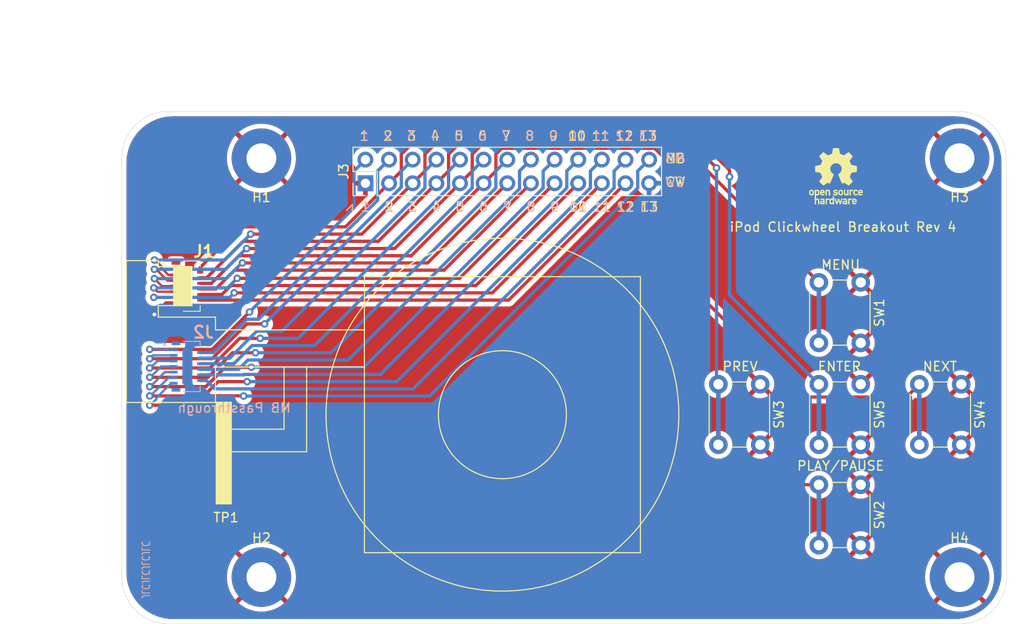
<source format=kicad_pcb>
(kicad_pcb (version 20221018) (generator pcbnew)
  (layers (0 "F.Cu" signal) (31 "B.Cu" signal) (34 "B.Paste" user) (35 "F.Paste" user) (36 "B.SilkS" user "B.Silkscreen") (37 "F.SilkS" user "F.Silkscreen") (38 "B.Mask" user) (39 "F.Mask" user) (44 "Edge.Cuts" user))
  (net 0 "")
  (net 1 "GND")
  (net 2 "VCC")
  (net 3 "PB_MID_CW")
  (net 4 "PB_LEFT_CW")
  (net 5 "PB_UP_CW")
  (net 6 "PB_RIGHT_CW")
  (net 7 "P3_1_CW")
  (net 8 "P1_7_CW")
  (net 9 "P1_5_CW")
  (net 10 "P1_3_CW")
  (net 11 "P1_1_CW")
  (net 12 "P1_0_CW")
  (net 13 "Net-(J1-PadMP1)")
  (net 14 "Net-(J1-PadMP2)")
  (net 15 "VCC_MB")
  (net 16 "P1_0_MB")
  (net 17 "P1_1_MB")
  (net 18 "P1_3_MB")
  (net 19 "P1_5_MB")
  (net 20 "P1_7_MB")
  (net 21 "P3_1_MB")
  (net 22 "PB_DOWN_MB")
  (net 23 "PB_RIGHT_MB")
  (net 24 "PB_UP_MB")
  (net 25 "PB_LEFT_MB")
  (net 26 "PB_MID_MB")
  (net 27 "GND_MB")
  (net 28 "Net-(J2-PadMP1)")
  (net 29 "Net-(J2-PadMP2)")
  (net 30 "PB_DOWN_CW")
  (footprint "Button_Switch_THT:SW_PUSH_6mm" (layer "F.Cu") (at 159.385 78.336 -90)
    (fp_text reference "SW1" (at 3.25 -2 90) (layer "F.SilkS"))
    (fp_text value "MENU")
    (pad "1" thru_hole circle (at 0 0) (size 2 2) (drill 1.1) (layers "*.Cu" "*.Mask") (net 1 "GND"))
    (pad "1" thru_hole circle (at 6.5 0) (size 2 2) (drill 1.1) (layers "*.Cu" "*.Mask") (net 1 "GND"))
    (pad "2" thru_hole circle (at 0 4.5) (size 2 2) (drill 1.1) (layers "*.Cu" "*.Mask") (net 5 "PB_UP_CW"))
    (pad "2" thru_hole circle (at 6.5 4.5) (size 2 2) (drill 1.1) (layers "*.Cu" "*.Mask") (net 5 "PB_UP_CW"))
  )
  (footprint "Button_Switch_THT:SW_PUSH_6mm_H4.3mm" (layer "F.Cu") (at 159.385 89.281 -90)
    (fp_text reference "SW5" (at 3.25 -2 90) (layer "F.SilkS"))
    (fp_text value "ENTER")
    (pad "1" thru_hole circle (at 0 0) (size 2 2) (drill 1.1) (layers "*.Cu" "*.Mask") (net 1 "GND"))
    (pad "1" thru_hole circle (at 6.5 0) (size 2 2) (drill 1.1) (layers "*.Cu" "*.Mask") (net 1 "GND"))
    (pad "2" thru_hole circle (at 0 4.5) (size 2 2) (drill 1.1) (layers "*.Cu" "*.Mask") (net 3 "PB_MID_CW"))
    (pad "2" thru_hole circle (at 6.5 4.5) (size 2 2) (drill 1.1) (layers "*.Cu" "*.Mask") (net 3 "PB_MID_CW"))
  )
  (footprint "Button_Switch_THT:SW_PUSH_6mm_H4.3mm" (layer "F.Cu") (at 159.385 100.076 -90)
    (fp_text reference "SW2" (at 3.25 -2 90) (layer "F.SilkS"))
    (fp_text value "▶ ||")
    (pad "1" thru_hole circle (at 0 0) (size 2 2) (drill 1.1) (layers "*.Cu" "*.Mask") (net 1 "GND"))
    (pad "1" thru_hole circle (at 6.5 0) (size 2 2) (drill 1.1) (layers "*.Cu" "*.Mask") (net 1 "GND"))
    (pad "2" thru_hole circle (at 0 4.5) (size 2 2) (drill 1.1) (layers "*.Cu" "*.Mask") (net 30 "PB_DOWN_CW"))
    (pad "2" thru_hole circle (at 6.5 4.5) (size 2 2) (drill 1.1) (layers "*.Cu" "*.Mask") (net 30 "PB_DOWN_CW"))
  )
  (footprint "Button_Switch_THT:SW_PUSH_6mm_H4.3mm" (layer "F.Cu") (at 170.18 89.281 -90)
    (fp_text reference "SW4" (at 3.25 -2 90) (layer "F.SilkS"))
    (fp_text value "▶▶|")
    (pad "1" thru_hole circle (at 0 0) (size 2 2) (drill 1.1) (layers "*.Cu" "*.Mask") (net 1 "GND"))
    (pad "1" thru_hole circle (at 6.5 0) (size 2 2) (drill 1.1) (layers "*.Cu" "*.Mask") (net 1 "GND"))
    (pad "2" thru_hole circle (at 0 4.5) (size 2 2) (drill 1.1) (layers "*.Cu" "*.Mask") (net 6 "PB_RIGHT_CW"))
    (pad "2" thru_hole circle (at 6.5 4.5) (size 2 2) (drill 1.1) (layers "*.Cu" "*.Mask") (net 6 "PB_RIGHT_CW"))
  )
  (footprint "Button_Switch_THT:SW_PUSH_6mm_H4.3mm" (layer "F.Cu") (at 148.59 89.281 -90)
    (fp_text reference "SW3" (at 3.25 -2 90) (layer "F.SilkS"))
    (fp_text value "|◀◀")
    (pad "1" thru_hole circle (at 0 0) (size 2 2) (drill 1.1) (layers "*.Cu" "*.Mask") (net 1 "GND"))
    (pad "1" thru_hole circle (at 6.5 0) (size 2 2) (drill 1.1) (layers "*.Cu" "*.Mask") (net 1 "GND"))
    (pad "2" thru_hole circle (at 0 4.5) (size 2 2) (drill 1.1) (layers "*.Cu" "*.Mask") (net 4 "PB_LEFT_CW"))
    (pad "2" thru_hole circle (at 6.5 4.5) (size 2 2) (drill 1.1) (layers "*.Cu" "*.Mask") (net 4 "PB_LEFT_CW"))
  )
  (footprint "custom:123287243" (layer "F.Cu") (at 86.995 78.74 -90)
    (fp_text reference "J1" (at -3.74 -1.805 180) (layer "F.SilkS") (effects (font (size 1.27 1.27) (thickness 0.254))))
    (fp_text value "1-2328724-3" hide)
    (pad "1" smd rect (at -1.8 1.425 270) (size 0.3 0.85) (layers "F.Cu" "F.Paste" "F.Mask") (net 1 "GND"))
    (pad "2" smd rect (at -1.5 -1.425 270) (size 0.3 0.65) (layers "F.Cu" "F.Paste" "F.Mask") (net 3 "PB_MID_CW"))
    (pad "3" smd rect (at -1.2 1.425 270) (size 0.3 0.85) (layers "F.Cu" "F.Paste" "F.Mask") (net 4 "PB_LEFT_CW"))
    (pad "4" smd rect (at -0.9 -1.425 270) (size 0.3 0.65) (layers "F.Cu" "F.Paste" "F.Mask") (net 5 "PB_UP_CW"))
    (pad "5" smd rect (at -0.6 1.425 270) (size 0.3 0.85) (layers "F.Cu" "F.Paste" "F.Mask") (net 6 "PB_RIGHT_CW"))
    (pad "6" smd rect (at -0.3 -1.425 270) (size 0.3 0.65) (layers "F.Cu" "F.Paste" "F.Mask") (net 30 "PB_DOWN_CW"))
    (pad "7" smd rect (at 0 1.425 270) (size 0.3 0.85) (layers "F.Cu" "F.Paste" "F.Mask") (net 7 "P3_1_CW"))
    (pad "8" smd rect (at 0.3 -1.425 270) (size 0.3 0.65) (layers "F.Cu" "F.Paste" "F.Mask") (net 8 "P1_7_CW"))
    (pad "9" smd rect (at 0.6 1.425 270) (size 0.3 0.85) (layers "F.Cu" "F.Paste" "F.Mask") (net 9 "P1_5_CW"))
    (pad "10" smd rect (at 0.9 -1.425 270) (size 0.3 0.65) (layers "F.Cu" "F.Paste" "F.Mask") (net 10 "P1_3_CW"))
    (pad "11" smd rect (at 1.2 1.425 270) (size 0.3 0.85) (layers "F.Cu" "F.Paste" "F.Mask") (net 11 "P1_1_CW"))
    (pad "12" smd rect (at 1.5 -1.425 270) (size 0.3 0.65) (layers "F.Cu" "F.Paste" "F.Mask") (net 12 "P1_0_CW"))
    (pad "13" smd rect (at 1.8 1.425 270) (size 0.3 0.85) (layers "F.Cu" "F.Paste" "F.Mask") (net 2 "VCC"))
    (pad "MP1" smd rect (at -2.5 1.175 270) (size 0.4 0.95) (layers "F.Cu" "F.Paste" "F.Mask") (net 13 "Net-(J1-PadMP1)"))
    (pad "MP2" smd rect (at 2.5 1.175 270) (size 0.4 0.95) (layers "F.Cu" "F.Paste" "F.Mask") (net 14 "Net-(J1-PadMP2)"))
  )
  (footprint "MountingHole:MountingHole_3.2mm_M3_Pad" (layer "F.Cu") (at 95 110)
    (fp_text reference "H2" (at 0 -4.2) (layer "F.SilkS"))
    (fp_text value "MountingHole_Pad")
    (pad "1" thru_hole circle (at 0 0) (size 6.4 6.4) (drill 3.2) (layers "*.Cu" "*.Mask") (net 1 "GND"))
  )
  (footprint "MountingHole:MountingHole_3.2mm_M3_Pad" (layer "F.Cu") (at 170 65 180)
    (fp_text reference "H3" (at 0 -4.2) (layer "F.SilkS"))
    (fp_text value "MountingHole_Pad")
    (pad "1" thru_hole circle (at 0 0 180) (size 6.4 6.4) (drill 3.2) (layers "*.Cu" "*.Mask") (net 1 "GND"))
  )
  (footprint "MountingHole:MountingHole_3.2mm_M3_Pad" (layer "F.Cu") (at 170 110)
    (fp_text reference "H4" (at 0 -4.2) (layer "F.SilkS"))
    (fp_text value "MountingHole_Pad")
    (pad "1" thru_hole circle (at 0 0) (size 6.4 6.4) (drill 3.2) (layers "*.Cu" "*.Mask") (net 1 "GND"))
  )
  (footprint "MountingHole:MountingHole_3.2mm_M3_Pad" (layer "F.Cu") (at 95 65 180)
    (fp_text reference "H1" (at 0 -4.2) (layer "F.SilkS"))
    (fp_text value "MountingHole_Pad")
    (pad "1" thru_hole circle (at 0 0 180) (size 6.4 6.4) (drill 3.2) (layers "*.Cu" "*.Mask") (net 1 "GND"))
  )
  (footprint "Connector_PinHeader_2.54mm:PinHeader_2x13_P2.54mm_Vertical" (layer "F.Cu") (at 106.172 67.691 90)
    (fp_text reference "J3" (at 1.27 -2.33 90) (layer "F.SilkS"))
    (fp_text value "Conn_02x13_Odd_Even")
    (pad "1" thru_hole rect (at 0 0 90) (size 1.7 1.7) (drill 1) (layers "*.Cu" "*.Mask") (net 1 "GND"))
    (pad "2" thru_hole oval (at 2.54 0 90) (size 1.7 1.7) (drill 1) (layers "*.Cu" "*.Mask") (net 27 "GND_MB"))
    (pad "3" thru_hole oval (at 0 2.54 90) (size 1.7 1.7) (drill 1) (layers "*.Cu" "*.Mask") (net 3 "PB_MID_CW"))
    (pad "4" thru_hole oval (at 2.54 2.54 90) (size 1.7 1.7) (drill 1) (layers "*.Cu" "*.Mask") (net 26 "PB_MID_MB"))
    (pad "5" thru_hole oval (at 0 5.08 90) (size 1.7 1.7) (drill 1) (layers "*.Cu" "*.Mask") (net 4 "PB_LEFT_CW"))
    (pad "6" thru_hole oval (at 2.54 5.08 90) (size 1.7 1.7) (drill 1) (layers "*.Cu" "*.Mask") (net 25 "PB_LEFT_MB"))
    (pad "7" thru_hole oval (at 0 7.62 90) (size 1.7 1.7) (drill 1) (layers "*.Cu" "*.Mask") (net 5 "PB_UP_CW"))
    (pad "8" thru_hole oval (at 2.54 7.62 90) (size 1.7 1.7) (drill 1) (layers "*.Cu" "*.Mask") (net 24 "PB_UP_MB"))
    (pad "9" thru_hole oval (at 0 10.16 90) (size 1.7 1.7) (drill 1) (layers "*.Cu" "*.Mask") (net 6 "PB_RIGHT_CW"))
    (pad "10" thru_hole oval (at 2.54 10.16 90) (size 1.7 1.7) (drill 1) (layers "*.Cu" "*.Mask") (net 23 "PB_RIGHT_MB"))
    (pad "11" thru_hole oval (at 0 12.7 90) (size 1.7 1.7) (drill 1) (layers "*.Cu" "*.Mask") (net 30 "PB_DOWN_CW"))
    (pad "12" thru_hole oval (at 2.54 12.7 90) (size 1.7 1.7) (drill 1) (layers "*.Cu" "*.Mask") (net 22 "PB_DOWN_MB"))
    (pad "13" thru_hole oval (at 0 15.24 90) (size 1.7 1.7) (drill 1) (layers "*.Cu" "*.Mask") (net 7 "P3_1_CW"))
    (pad "14" thru_hole oval (at 2.54 15.24 90) (size 1.7 1.7) (drill 1) (layers "*.Cu" "*.Mask") (net 21 "P3_1_MB"))
    (pad "15" thru_hole oval (at 0 17.78 90) (size 1.7 1.7) (drill 1) (layers "*.Cu" "*.Mask") (net 8 "P1_7_CW"))
    (pad "16" thru_hole oval (at 2.54 17.78 90) (size 1.7 1.7) (drill 1) (layers "*.Cu" "*.Mask") (net 20 "P1_7_MB"))
    (pad "17" thru_hole oval (at 0 20.32 90) (size 1.7 1.7) (drill 1) (layers "*.Cu" "*.Mask") (net 9 "P1_5_CW"))
    (pad "18" thru_hole oval (at 2.54 20.32 90) (size 1.7 1.7) (drill 1) (layers "*.Cu" "*.Mask") (net 19 "P1_5_MB"))
    (pad "19" thru_hole oval (at 0 22.86 90) (size 1.7 1.7) (drill 1) (layers "*.Cu" "*.Mask") (net 10 "P1_3_CW"))
    (pad "20" thru_hole oval (at 2.54 22.86 90) (size 1.7 1.7) (drill 1) (layers "*.Cu" "*.Mask") (net 18 "P1_3_MB"))
    (pad "21" thru_hole oval (at 0 25.4 90) (size 1.7 1.7) (drill 1) (layers "*.Cu" "*.Mask") (net 11 "P1_1_CW"))
    (pad "22" thru_hole oval (at 2.54 25.4 90) (size 1.7 1.7) (drill 1) (layers "*.Cu" "*.Mask") (net 17 "P1_1_MB"))
    (pad "23" thru_hole oval (at 0 27.94 90) (size 1.7 1.7) (drill 1) (layers "*.Cu" "*.Mask") (net 12 "P1_0_CW"))
    (pad "24" thru_hole oval (at 2.54 27.94 90) (size 1.7 1.7) (drill 1) (layers "*.Cu" "*.Mask") (net 16 "P1_0_MB"))
    (pad "25" thru_hole oval (at 0 30.48 90) (size 1.7 1.7) (drill 1) (layers "*.Cu" "*.Mask") (net 2 "VCC"))
    (pad "26" thru_hole oval (at 2.54 30.48 90) (size 1.7 1.7) (drill 1) (layers "*.Cu" "*.Mask") (net 15 "VCC_MB"))
  )
  (footprint "custom:clickwheel" (layer "F.Cu") (at 120.89 92.55)
    (fp_text reference "TP1" (at -29.69 11.05) (layer "F.SilkS"))
    (fp_text value "ClickWheel Ground Pad")
    (pad "1" smd rect (at -29.972 4.064) (size 2.032 11.43) (layers "F.Cu" "F.Paste" "F.Mask") (net 1 "GND"))
  )
  (footprint "Symbol:OSHW-Logo_5.7x6mm_SilkScreen" (layer "F.Cu") (at 156.718 66.929)
    (fp_text reference "REF**" hide)
    (fp_text value "OSHW-Logo_5.7x6mm_SilkScreen" hide)
  )
  (footprint "custom:123287243" (layer "B.Cu") (at 86.995 87.376 90)
    (fp_text reference "J2" (at 3.683 1.778 180) (layer "B.SilkS") (effects (font (size 1.27 1.27) (thickness 0.254)) (justify mirror)))
    (fp_text value "1-2328724-3" hide)
    (pad "1" smd rect (at -1.8 -1.425 90) (size 0.3 0.85) (layers "B.Cu" "B.Paste" "B.Mask") (net 15 "VCC_MB"))
    (pad "2" smd rect (at -1.5 1.425 90) (size 0.3 0.65) (layers "B.Cu" "B.Paste" "B.Mask") (net 16 "P1_0_MB"))
    (pad "3" smd rect (at -1.2 -1.425 90) (size 0.3 0.85) (layers "B.Cu" "B.Paste" "B.Mask") (net 17 "P1_1_MB"))
    (pad "4" smd rect (at -0.9 1.425 90) (size 0.3 0.65) (layers "B.Cu" "B.Paste" "B.Mask") (net 18 "P1_3_MB"))
    (pad "5" smd rect (at -0.6 -1.425 90) (size 0.3 0.85) (layers "B.Cu" "B.Paste" "B.Mask") (net 19 "P1_5_MB"))
    (pad "6" smd rect (at -0.3 1.425 90) (size 0.3 0.65) (layers "B.Cu" "B.Paste" "B.Mask") (net 20 "P1_7_MB"))
    (pad "7" smd rect (at 0 -1.425 90) (size 0.3 0.85) (layers "B.Cu" "B.Paste" "B.Mask") (net 21 "P3_1_MB"))
    (pad "8" smd rect (at 0.3 1.425 90) (size 0.3 0.65) (layers "B.Cu" "B.Paste" "B.Mask") (net 22 "PB_DOWN_MB"))
    (pad "9" smd rect (at 0.6 -1.425 90) (size 0.3 0.85) (layers "B.Cu" "B.Paste" "B.Mask") (net 23 "PB_RIGHT_MB"))
    (pad "10" smd rect (at 0.9 1.425 90) (size 0.3 0.65) (layers "B.Cu" "B.Paste" "B.Mask") (net 24 "PB_UP_MB"))
    (pad "11" smd rect (at 1.2 -1.425 90) (size 0.3 0.85) (layers "B.Cu" "B.Paste" "B.Mask") (net 25 "PB_LEFT_MB"))
    (pad "12" smd rect (at 1.5 1.425 90) (size 0.3 0.65) (layers "B.Cu" "B.Paste" "B.Mask") (net 26 "PB_MID_MB"))
    (pad "13" smd rect (at 1.8 -1.425 90) (size 0.3 0.85) (layers "B.Cu" "B.Paste" "B.Mask") (net 27 "GND_MB"))
    (pad "MP1" smd rect (at -2.5 -1.175 90) (size 0.4 0.95) (layers "B.Cu" "B.Paste" "B.Mask") (net 28 "Net-(J2-PadMP1)"))
    (pad "MP2" smd rect (at 2.5 -1.175 90) (size 0.4 0.95) (layers "B.Cu" "B.Paste" "B.Mask") (net 29 "Net-(J2-PadMP2)"))
  )
  (gr_line (start 104.775 70.612) (end 104.775 69.977) (stroke (width 0.12)) (layer "B.SilkS"))
  (gr_line (start 84.709 85.09) (end 84.455 85.09) (stroke (width 0.12)) (layer "B.SilkS"))
  (gr_line (start 84.455 84.836) (end 84.709 85.09) (stroke (width 0.12)) (layer "B.SilkS"))
  (gr_line (start 104.775 69.977) (end 104.14 70.612) (stroke (width 0.12)) (layer "B.SilkS"))
  (gr_line (start 104.775 69.977) (end 104.775 70.612) (stroke (width 0.12)) (layer "F.SilkS"))
  (gr_line (start 84.328 76.073) (end 84.582 76.327) (stroke (width 0.12)) (layer "F.SilkS"))
  (gr_line (start 84.582 76.327) (end 84.328 76.327) (stroke (width 0.12)) (layer "F.SilkS"))
  (gr_line (start 104.14 70.612) (end 104.775 69.977) (stroke (width 0.12)) (layer "F.SilkS"))
  (gr_line (start 170.001 115.036) (end 85.035 115.036) (stroke (width 0.05)) (layer "Edge.Cuts"))
  (gr_arc (start 80.000248 65.000833) (mid 81.26908 61.657978) (end 84.437 60) (stroke (width 0.05)) (layer "Edge.Cuts"))
  (gr_line (start 80 110) (end 80 65) (stroke (width 0.05)) (layer "Edge.Cuts"))
  (gr_arc (start 170.199935 60.000107) (mid 173.666658 61.594927) (end 175.001 65.17) (stroke (width 0.05)) (layer "Edge.Cuts"))
  (gr_arc (start 85.035209 115.036) (mid 81.474731 113.56071) (end 80 110) (stroke (width 0.05)) (layer "Edge.Cuts"))
  (gr_line (start 84.437 60) (end 170.2 60) (stroke (width 0.05)) (layer "Edge.Cuts"))
  (gr_arc (start 175.001419 109.410842) (mid 173.763861 113.345841) (end 170.001 115.036) (stroke (width 0.05)) (layer "Edge.Cuts"))
  (gr_line (start 175.001 65.17) (end 175.001 109.411) (stroke (width 0.05)) (layer "Edge.Cuts"))
  (gr_text "11" (at 131.445 62.611) (layer "B.SilkS") (effects (font (size 1 1)) (justify mirror)))
  (gr_text "8" (at 123.825 62.611) (layer "B.SilkS") (effects (font (size 1 1)) (justify mirror)))
  (gr_text "2" (at 108.585 62.611) (layer "B.SilkS") (effects (font (size 1 1)) (justify mirror)))
  (gr_text "10" (at 128.905 62.611) (layer "B.SilkS") (effects (font (size 1 1)) (justify mirror)))
  (gr_text "12" (at 133.985 62.611) (layer "B.SilkS") (effects (font (size 1 1)) (justify mirror)))
  (gr_text "9" (at 126.365 62.611) (layer "B.SilkS") (effects (font (size 1 1)) (justify mirror)))
  (gr_text "3" (at 111.125 62.611) (layer "B.SilkS") (effects (font (size 1 1)) (justify mirror)))
  (gr_text "13" (at 136.525 62.611) (layer "B.SilkS") (effects (font (size 1 1)) (justify mirror)))
  (gr_text "1" (at 106.045 62.611) (layer "B.SilkS") (effects (font (size 1 1)) (justify mirror)))
  (gr_text "4" (at 113.665 62.611) (layer "B.SilkS") (effects (font (size 1 1)) (justify mirror)))
  (gr_text "6" (at 118.745 62.611) (layer "B.SilkS") (effects (font (size 1 1)) (justify mirror)))
  (gr_text "5" (at 116.205 62.611) (layer "B.SilkS") (effects (font (size 1 1)) (justify mirror)))
  (gr_text "7" (at 121.285 62.611) (layer "B.SilkS") (effects (font (size 1 1)) (justify mirror)))
  (gr_text "7" (at 121.412 70.231) (layer "B.SilkS") (effects (font (size 1 1)) (justify mirror)))
  (gr_text "5" (at 116.332 70.231) (layer "B.SilkS") (effects (font (size 1 1)) (justify mirror)))
  (gr_text "6" (at 118.872 70.231) (layer "B.SilkS") (effects (font (size 1 1)) (justify mirror)))
  (gr_text "4" (at 113.792 70.231) (layer "B.SilkS") (effects (font (size 1 1)) (justify mirror)))
  (gr_text "1" (at 106.172 70.231) (layer "B.SilkS") (effects (font (size 1 1)) (justify mirror)))
  (gr_text "13" (at 136.652 70.231) (layer "B.SilkS") (effects (font (size 1 1)) (justify mirror)))
  (gr_text "3" (at 111.252 70.231) (layer "B.SilkS") (effects (font (size 1 1)) (justify mirror)))
  (gr_text "9" (at 126.492 70.231) (layer "B.SilkS") (effects (font (size 1 1)) (justify mirror)))
  (gr_text "12" (at 134.112 70.231) (layer "B.SilkS") (effects (font (size 1 1)) (justify mirror)))
  (gr_text "10" (at 129.032 70.231) (layer "B.SilkS") (effects (font (size 1 1)) (justify mirror)))
  (gr_text "2" (at 108.712 70.231) (layer "B.SilkS") (effects (font (size 1 1)) (justify mirror)))
  (gr_text "8" (at 123.952 70.231) (layer "B.SilkS") (effects (font (size 1 1)) (justify mirror)))
  (gr_text "11" (at 131.572 70.231) (layer "B.SilkS") (effects (font (size 1 1)) (justify mirror)))
  (gr_text "MB" (at 140.595857 65.024) (layer "B.SilkS") (effects (font (size 1 1)) (justify left mirror)))
  (gr_text "CW" (at 140.595857 67.564) (layer "B.SilkS") (effects (font (size 1 1)) (justify left mirror)))
  (gr_text "MB Passthrough" (at 92.075 91.821) (layer "B.SilkS") (effects (font (size 1 1)) (justify mirror)))
  (gr_text "JLCJLCJLCJLC" (at 82.55 109.22 270) (layer "B.SilkS") (effects (font (size 0.8 0.6) (thickness 0.1)) (justify mirror)))
  (gr_text "2" (at 108.585 62.611) (layer "F.SilkS") (effects (font (size 1 1))))
  (gr_text "3" (at 111.125 62.611) (layer "F.SilkS") (effects (font (size 1 1))))
  (gr_text "4" (at 113.665 62.611) (layer "F.SilkS") (effects (font (size 1 1))))
  (gr_text "5" (at 116.205 62.611) (layer "F.SilkS") (effects (font (size 1 1))))
  (gr_text "6" (at 118.745 62.611) (layer "F.SilkS") (effects (font (size 1 1))))
  (gr_text "7" (at 121.285 62.611) (layer "F.SilkS") (effects (font (size 1 1))))
  (gr_text "8" (at 123.825 62.611) (layer "F.SilkS") (effects (font (size 1 1))))
  (gr_text "9" (at 126.365 62.611) (layer "F.SilkS") (effects (font (size 1 1))))
  (gr_text "10" (at 128.905 62.611) (layer "F.SilkS") (effects (font (size 1 1))))
  (gr_text "11" (at 131.445 62.611) (layer "F.SilkS") (effects (font (size 1 1))))
  (gr_text "12" (at 133.985 62.611) (layer "F.SilkS") (effects (font (size 1 1))))
  (gr_text "13" (at 136.525 62.611) (layer "F.SilkS") (effects (font (size 1 1))))
  (gr_text "5" (at 116.332 70.231) (layer "F.SilkS") (effects (font (size 1 1))))
  (gr_text "11" (at 131.572 70.231) (layer "F.SilkS") (effects (font (size 1 1))))
  (gr_text "9" (at 126.492 70.231) (layer "F.SilkS") (effects (font (size 1 1))))
  (gr_text "6" (at 118.872 70.231) (layer "F.SilkS") (effects (font (size 1 1))))
  (gr_text "12" (at 134.112 70.231) (layer "F.SilkS") (effects (font (size 1 1))))
  (gr_text "7" (at 121.412 70.231) (layer "F.SilkS") (effects (font (size 1 1))))
  (gr_text "4" (at 113.792 70.231) (layer "F.SilkS") (effects (font (size 1 1))))
  (gr_text "1" (at 106.172 70.231) (layer "F.SilkS") (effects (font (size 1 1))))
  (gr_text "3" (at 111.252 70.231) (layer "F.SilkS") (effects (font (size 1 1))))
  (gr_text "10" (at 129.032 70.231) (layer "F.SilkS") (effects (font (size 1 1))))
  (gr_text "8" (at 123.952 70.231) (layer "F.SilkS") (effects (font (size 1 1))))
  (gr_text "13" (at 136.652 70.231) (layer "F.SilkS") (effects (font (size 1 1))))
  (gr_text "2" (at 108.712 70.231) (layer "F.SilkS") (effects (font (size 1 1))))
  (gr_text "PLAY/PAUSE" (at 157.226 98.044) (layer "F.SilkS") (effects (font (size 1 1))))
  (gr_text "PREV" (at 146.431 87.376) (layer "F.SilkS") (effects (font (size 1 1))))
  (gr_text "1" (at 106.045 62.611) (layer "F.SilkS") (effects (font (size 1 1))))
  (gr_text "ENTER" (at 157.099 87.376) (layer "F.SilkS") (effects (font (size 1 1))))
  (gr_text "iPod Clickwheel Breakout Rev 4" (at 157.48 72.39) (layer "F.SilkS") (effects (font (size 1 1))))
  (gr_text "NEXT" (at 167.894 87.376) (layer "F.SilkS") (effects (font (size 1 1))))
  (gr_text "MB" (at 138.303 65.024) (layer "F.SilkS") (effects (font (size 1 1)) (justify left)))
  (gr_text "MENU" (at 157.226 76.454) (layer "F.SilkS") (effects (font (size 1 1))))
  (gr_text "CW" (at 138.303 67.564) (layer "F.SilkS") (effects (font (size 1 1)) (justify left)))
  (segment (start 85.57 76.94) (end 85.6395 76.94) (width 0.35) (layer "F.Cu") (net 1))
  (segment (start 85.714499 77.014999) (end 86.603499 77.014999) (width 0.35) (layer "F.Cu") (net 1))
  (segment (start 86.603499 77.014999) (end 87.0585 77.47) (width 0.35) (layer "F.Cu") (net 1))
  (segment (start 85.6395 76.94) (end 85.714499 77.014999) (width 0.35) (layer "F.Cu") (net 1))
  (segment (start 84.7505 80.54) (end 83.5025 81.788) (width 0.35) (layer "F.Cu") (net 2))
  (segment (start 85.57 80.54) (end 84.7505 80.54) (width 0.35) (layer "F.Cu") (net 2))
  (via (at 83.5025 81.788) (size 0.8) (drill 0.4) (layers "F.Cu" "B.Cu") (net 2))
  (segment (start 110.026999 66.376001) (end 110.026999 64.562999) (width 0.35) (layer "F.Cu") (net 3))
  (segment (start 145.288 66.289998) (end 145.288 66.9925) (width 0.35) (layer "F.Cu") (net 3))
  (segment (start 110.026999 64.562999) (end 112.864039 61.725959) (width 0.35) (layer "F.Cu") (net 3))
  (segment (start 119.912715 61.725959) (end 133.7945 61.725959) (width 0.35) (layer "F.Cu") (net 3))
  (segment (start 140.723961 61.725959) (end 145.288 66.289998) (width 0.35) (layer "F.Cu") (net 3))
  (segment (start 104.027503 72.375497) (end 108.712 67.691) (width 0.35) (layer "F.Cu") (net 3))
  (segment (start 108.712 67.691) (end 110.026999 66.376001) (width 0.35) (layer "F.Cu") (net 3))
  (segment (start 112.864039 61.725959) (end 119.912715 61.725959) (width 0.35) (layer "F.Cu") (net 3))
  (segment (start 92.784503 72.375497) (end 104.027503 72.375497) (width 0.35) (layer "F.Cu") (net 3))
  (segment (start 88.42 77.24) (end 88.42 76.74) (width 0.35) (layer "F.Cu") (net 3))
  (segment (start 133.7945 61.725959) (end 140.723961 61.725959) (width 0.35) (layer "F.Cu") (net 3))
  (segment (start 88.42 76.74) (end 92.784503 72.375497) (width 0.35) (layer "F.Cu") (net 3))
  (via (at 145.288 66.9925) (size 0.8) (drill 0.4) (layers "F.Cu" "B.Cu") (net 3))
  (segment (start 145.288 79.684) (end 154.885 89.281) (width 0.35) (layer "B.Cu") (net 3))
  (segment (start 145.288 66.9925) (end 145.288 79.684) (width 0.35) (layer "B.Cu") (net 3))
  (segment (start 154.885 89.281) (end 154.885 95.781) (width 0.5) (layer "B.Cu") (net 3))
  (segment (start 111.252 67.691) (end 112.566999 66.376001) (width 0.35) (layer "F.Cu") (net 4))
  (segment (start 84.226651 76.584717) (end 83.574651 75.932717) (width 0.25) (layer "F.Cu") (net 4))
  (segment (start 140.126969 62.275969) (end 143.891 66.04) (width 0.35) (layer "F.Cu") (net 4))
  (segment (start 93.844466 73.150498) (end 105.792502 73.150498) (width 0.35) (layer "F.Cu") (net 4))
  (segment (start 105.792502 73.150498) (end 111.252 67.691) (width 0.35) (layer "F.Cu") (net 4))
  (segment (start 120.140536 62.275969) (end 134.4295 62.275969) (width 0.35) (layer "F.Cu") (net 4))
  (segment (start 83.574651 75.932717) (end 83.502638 75.932717) (width 0.25) (layer "F.Cu") (net 4))
  (segment (start 85.009998 77.54) (end 84.226651 76.756653) (width 0.25) (layer "F.Cu") (net 4))
  (segment (start 112.566999 66.376001) (end 112.566999 64.562999) (width 0.35) (layer "F.Cu") (net 4))
  (segment (start 114.854029 62.275969) (end 120.140536 62.275969) (width 0.35) (layer "F.Cu") (net 4))
  (segment (start 84.226651 76.756653) (end 84.226651 76.584717) (width 0.25) (layer "F.Cu") (net 4))
  (segment (start 134.4295 62.275969) (end 140.126969 62.275969) (width 0.35) (layer "F.Cu") (net 4))
  (segment (start 112.566999 64.562999) (end 114.854029 62.275969) (width 0.35) (layer "F.Cu") (net 4))
  (segment (start 85.57 77.54) (end 85.009998 77.54) (width 0.25) (layer "F.Cu") (net 4))
  (via (at 83.502638 75.932717) (size 0.8) (drill 0.4) (layers "F.Cu" "B.Cu") (net 4))
  (via (at 143.891 66.04) (size 0.8) (drill 0.4) (layers "F.Cu" "B.Cu") (net 4))
  (via (at 93.844466 73.150498) (size 0.8) (drill 0.4) (layers "F.Cu" "B.Cu") (net 4))
  (segment (start 143.891 66.04) (end 143.891 89.082) (width 0.35) (layer "B.Cu") (net 4))
  (segment (start 91.062247 75.932717) (end 93.844466 73.150498) (width 0.35) (layer "B.Cu") (net 4))
  (segment (start 143.891 89.082) (end 144.09 89.281) (width 0.35) (layer "B.Cu") (net 4))
  (segment (start 144.09 89.281) (end 144.09 95.781) (width 0.5) (layer "B.Cu") (net 4))
  (segment (start 83.502638 75.932717) (end 91.062247 75.932717) (width 0.35) (layer "B.Cu") (net 4))
  (segment (start 89.121997 77.84) (end 93.036499 73.925498) (width 0.35) (layer "F.Cu") (net 5))
  (segment (start 88.42 77.84) (end 89.121997 77.84) (width 0.35) (layer "F.Cu") (net 5))
  (segment (start 115.106999 64.562999) (end 116.844019 62.825979) (width 0.35) (layer "F.Cu") (net 5))
  (segment (start 113.792 67.691) (end 115.106999 66.376001) (width 0.35) (layer "F.Cu") (net 5))
  (segment (start 116.844019 62.825979) (end 139.374979 62.825979) (width 0.35) (layer "F.Cu") (net 5))
  (segment (start 93.036499 73.925498) (end 107.557502 73.925498) (width 0.35) (layer "F.Cu") (net 5))
  (segment (start 115.106999 66.376001) (end 115.106999 64.562999) (width 0.35) (layer "F.Cu") (net 5))
  (segment (start 139.374979 62.825979) (end 154.885 78.336) (width 0.35) (layer "F.Cu") (net 5))
  (segment (start 107.557502 73.925498) (end 113.792 67.691) (width 0.35) (layer "F.Cu") (net 5))
  (segment (start 154.885 78.336) (end 154.885 79.750213) (width 0.5) (layer "B.Cu") (net 5))
  (segment (start 154.885 79.750213) (end 154.885 84.836) (width 0.5) (layer "B.Cu") (net 5))
  (segment (start 85.57 78.14) (end 84.895 78.14) (width 0.25) (layer "F.Cu") (net 6))
  (segment (start 139.7635 77.4065) (end 153.013001 90.656001) (width 0.35) (layer "F.Cu") (net 6))
  (segment (start 117.646999 66.376001) (end 117.646999 64.562999) (width 0.35) (layer "F.Cu") (net 6))
  (segment (start 139.7635 65.671667) (end 139.7635 77.4065) (width 0.35) (layer "F.Cu") (net 6))
  (segment (start 164.304999 90.656001) (end 164.680001 90.280999) (width 0.35) (layer "F.Cu") (net 6))
  (segment (start 164.680001 90.280999) (end 165.68 89.281) (width 0.35) (layer "F.Cu") (net 6))
  (segment (start 93.4085 74.700499) (end 109.322501 74.700499) (width 0.35) (layer "F.Cu") (net 6))
  (segment (start 109.322501 74.700499) (end 116.332 67.691) (width 0.35) (layer "F.Cu") (net 6))
  (segment (start 137.467822 63.375989) (end 139.7635 65.671667) (width 0.35) (layer "F.Cu") (net 6))
  (segment (start 116.332 67.691) (end 117.646999 66.376001) (width 0.35) (layer "F.Cu") (net 6))
  (segment (start 118.834009 63.375989) (end 137.467822 63.375989) (width 0.35) (layer "F.Cu") (net 6))
  (segment (start 83.687718 76.932718) (end 83.50165 76.932718) (width 0.25) (layer "F.Cu") (net 6))
  (segment (start 153.013001 90.656001) (end 164.304999 90.656001) (width 0.35) (layer "F.Cu") (net 6))
  (segment (start 84.895 78.14) (end 83.687718 76.932718) (width 0.25) (layer "F.Cu") (net 6))
  (segment (start 117.646999 64.562999) (end 118.834009 63.375989) (width 0.35) (layer "F.Cu") (net 6))
  (via (at 83.50165 76.932718) (size 0.8) (drill 0.4) (layers "F.Cu" "B.Cu") (net 6))
  (via (at 93.4085 74.700499) (size 0.8) (drill 0.4) (layers "F.Cu" "B.Cu") (net 6))
  (segment (start 83.50165 76.932718) (end 91.13478 76.932718) (width 0.35) (layer "B.Cu") (net 6))
  (segment (start 91.13478 76.932718) (end 93.366999 74.700499) (width 0.35) (layer "B.Cu") (net 6))
  (segment (start 93.366999 74.700499) (end 93.4085 74.700499) (width 0.35) (layer "B.Cu") (net 6))
  (segment (start 165.68 89.281) (end 165.68 95.781) (width 0.5) (layer "B.Cu") (net 6))
  (segment (start 85.57 78.74) (end 84.312806 78.74) (width 0.25) (layer "F.Cu") (net 7))
  (segment (start 92.964 76.2505) (end 112.8525 76.2505) (width 0.35) (layer "F.Cu") (net 7))
  (segment (start 84.312806 78.74) (end 83.505519 77.932713) (width 0.25) (layer "F.Cu") (net 7))
  (segment (start 112.8525 76.2505) (end 121.412 67.691) (width 0.35) (layer "F.Cu") (net 7))
  (via (at 83.505519 77.932713) (size 0.8) (drill 0.4) (layers "F.Cu" "B.Cu") (net 7))
  (via (at 92.964 76.2505) (size 0.8) (drill 0.4) (layers "F.Cu" "B.Cu") (net 7))
  (segment (start 92.896498 76.2505) (end 92.964 76.2505) (width 0.35) (layer "B.Cu") (net 7))
  (segment (start 83.505519 77.932713) (end 91.214285 77.932713) (width 0.35) (layer "B.Cu") (net 7))
  (segment (start 91.214285 77.932713) (end 92.896498 76.2505) (width 0.35) (layer "B.Cu") (net 7))
  (segment (start 88.42 79.04) (end 90.106998 79.04) (width 0.35) (layer "F.Cu") (net 8))
  (segment (start 92.121498 77.0255) (end 114.6175 77.0255) (width 0.35) (layer "F.Cu") (net 8))
  (segment (start 90.106998 79.04) (end 92.121498 77.0255) (width 0.35) (layer "F.Cu") (net 8))
  (segment (start 114.6175 77.0255) (end 123.952 67.691) (width 0.35) (layer "F.Cu") (net 8))
  (segment (start 92.3925 77.9015) (end 116.2815 77.9015) (width 0.35) (layer "F.Cu") (net 9))
  (segment (start 83.8485 79.34) (end 83.439 78.9305) (width 0.25) (layer "F.Cu") (net 9))
  (segment (start 116.2815 77.9015) (end 126.492 67.691) (width 0.35) (layer "F.Cu") (net 9))
  (segment (start 85.57 79.34) (end 83.8485 79.34) (width 0.25) (layer "F.Cu") (net 9))
  (via (at 83.439 78.9305) (size 0.8) (drill 0.4) (layers "F.Cu" "B.Cu") (net 9))
  (via (at 92.3925 77.9015) (size 0.8) (drill 0.4) (layers "F.Cu" "B.Cu") (net 9))
  (segment (start 83.439 78.9305) (end 91.3635 78.9305) (width 0.35) (layer "B.Cu") (net 9))
  (segment (start 91.3635 78.9305) (end 92.3925 77.9015) (width 0.35) (layer "B.Cu") (net 9))
  (segment (start 118.0465 78.6765) (end 129.032 67.691) (width 0.35) (layer "F.Cu") (net 10))
  (segment (start 91.716498 78.6765) (end 118.0465 78.6765) (width 0.35) (layer "F.Cu") (net 10))
  (segment (start 90.752998 79.64) (end 91.716498 78.6765) (width 0.35) (layer "F.Cu") (net 10))
  (segment (start 88.42 79.64) (end 90.752998 79.64) (width 0.35) (layer "F.Cu") (net 10))
  (segment (start 85.57 79.94) (end 83.4455 79.94) (width 0.25) (layer "F.Cu") (net 11))
  (segment (start 83.4455 79.94) (end 83.439 79.9465) (width 0.25) (layer "F.Cu") (net 11))
  (segment (start 92.075 79.465) (end 119.798 79.465) (width 0.35) (layer "F.Cu") (net 11))
  (segment (start 119.798 79.465) (end 131.572 67.691) (width 0.35) (layer "F.Cu") (net 11))
  (via (at 92.075 79.465) (size 0.8) (drill 0.4) (layers "F.Cu" "B.Cu") (net 11))
  (via (at 83.439 79.9465) (size 0.8) (drill 0.4) (layers "F.Cu" "B.Cu") (net 11))
  (segment (start 91.5935 79.9465) (end 92.075 79.465) (width 0.35) (layer "B.Cu") (net 11))
  (segment (start 83.439 79.9465) (end 91.5935 79.9465) (width 0.35) (layer "B.Cu") (net 11))
  (segment (start 88.42 80.24) (end 121.563 80.24) (width 0.35) (layer "F.Cu") (net 12))
  (segment (start 121.563 80.24) (end 134.112 67.691) (width 0.35) (layer "F.Cu") (net 12))
  (segment (start 82.9945 91.534518) (end 88.59148 91.534518) (width 0.35) (layer "F.Cu") (net 15))
  (segment (start 93.063999 90.523999) (end 93.091 90.551) (width 0.35) (layer "F.Cu") (net 15))
  (segment (start 89.601999 90.523999) (end 93.063999 90.523999) (width 0.35) (layer "F.Cu") (net 15))
  (segment (start 88.59148 91.534518) (end 89.601999 90.523999) (width 0.35) (layer "F.Cu") (net 15))
  (via (at 82.9945 91.534518) (size 0.8) (drill 0.4) (layers "F.Cu" "B.Cu") (net 15))
  (via (at 93.091 90.551) (size 0.8) (drill 0.4) (layers "F.Cu" "B.Cu") (net 15))
  (segment (start 85.295 89.176) (end 83.719501 90.751499) (width 0.25) (layer "B.Cu") (net 15))
  (segment (start 83.067499 91.534518) (end 82.9945 91.534518) (width 0.25) (layer "B.Cu") (net 15))
  (segment (start 135.426999 68.189003) (end 135.426999 66.376001) (width 0.35) (layer "B.Cu") (net 15))
  (segment (start 85.57 89.176) (end 85.295 89.176) (width 0.25) (layer "B.Cu") (net 15))
  (segment (start 135.802001 66.000999) (end 136.652 65.151) (width 0.35) (layer "B.Cu") (net 15))
  (segment (start 83.719501 90.751499) (end 83.719501 90.882516) (width 0.25) (layer "B.Cu") (net 15))
  (segment (start 83.719501 90.882516) (end 83.067499 91.534518) (width 0.25) (layer "B.Cu") (net 15))
  (segment (start 135.426999 66.376001) (end 135.802001 66.000999) (width 0.35) (layer "B.Cu") (net 15))
  (segment (start 113.065002 90.551) (end 135.426999 68.189003) (width 0.35) (layer "B.Cu") (net 15))
  (segment (start 93.091 90.551) (end 113.065002 90.551) (width 0.35) (layer "B.Cu") (net 15))
  (segment (start 111.300003 89.775999) (end 132.886999 68.189003) (width 0.35) (layer "B.Cu") (net 16))
  (segment (start 133.262001 66.000999) (end 134.112 65.151) (width 0.35) (layer "B.Cu") (net 16))
  (segment (start 88.42 88.876) (end 89.095 88.876) (width 0.35) (layer "B.Cu") (net 16))
  (segment (start 132.886999 66.376001) (end 133.262001 66.000999) (width 0.35) (layer "B.Cu") (net 16))
  (segment (start 132.886999 68.189003) (end 132.886999 66.376001) (width 0.35) (layer "B.Cu") (net 16))
  (segment (start 89.095 88.876) (end 89.994999 89.775999) (width 0.35) (layer "B.Cu") (net 16))
  (segment (start 89.994999 89.775999) (end 111.300003 89.775999) (width 0.35) (layer "B.Cu") (net 16))
  (segment (start 90.347169 89.000999) (end 93.472 89.000999) (width 0.35) (layer "F.Cu") (net 17))
  (segment (start 82.9945 90.534515) (end 88.813653 90.534515) (width 0.35) (layer "F.Cu") (net 17))
  (segment (start 88.813653 90.534515) (end 90.347169 89.000999) (width 0.35) (layer "F.Cu") (net 17))
  (via (at 82.9945 90.534515) (size 0.8) (drill 0.4) (layers "F.Cu" "B.Cu") (net 17))
  (via (at 93.472 89.000999) (size 0.8) (drill 0.4) (layers "F.Cu" "B.Cu") (net 17))
  (segment (start 130.346999 66.376001) (end 130.722001 66.000999) (width 0.35) (layer "B.Cu") (net 17))
  (segment (start 93.472 89.000999) (end 109.535003 89.000999) (width 0.35) (layer "B.Cu") (net 17))
  (segment (start 85.026014 88.576) (end 83.067499 90.534515) (width 0.25) (layer "B.Cu") (net 17))
  (segment (start 85.57 88.576) (end 85.026014 88.576) (width 0.25) (layer "B.Cu") (net 17))
  (segment (start 130.346999 68.189003) (end 130.346999 66.376001) (width 0.35) (layer "B.Cu") (net 17))
  (segment (start 130.722001 66.000999) (end 131.572 65.151) (width 0.35) (layer "B.Cu") (net 17))
  (segment (start 109.535003 89.000999) (end 130.346999 68.189003) (width 0.35) (layer "B.Cu") (net 17))
  (segment (start 83.067499 90.534515) (end 82.9945 90.534515) (width 0.25) (layer "B.Cu") (net 17))
  (segment (start 107.770004 88.225998) (end 127.806999 68.189003) (width 0.35) (layer "B.Cu") (net 18))
  (segment (start 93.049997 88.276) (end 93.099999 88.225998) (width 0.35) (layer "B.Cu") (net 18))
  (segment (start 93.099999 88.225998) (end 107.770004 88.225998) (width 0.35) (layer "B.Cu") (net 18))
  (segment (start 127.806999 66.376001) (end 128.182001 66.000999) (width 0.35) (layer "B.Cu") (net 18))
  (segment (start 88.42 88.276) (end 93.049997 88.276) (width 0.35) (layer "B.Cu") (net 18))
  (segment (start 127.806999 68.189003) (end 127.806999 66.376001) (width 0.35) (layer "B.Cu") (net 18))
  (segment (start 128.182001 66.000999) (end 129.032 65.151) (width 0.35) (layer "B.Cu") (net 18))
  (segment (start 91.11934 87.450998) (end 93.9165 87.450998) (width 0.35) (layer "F.Cu") (net 19))
  (segment (start 89.035826 89.534512) (end 91.11934 87.450998) (width 0.35) (layer "F.Cu") (net 19))
  (segment (start 82.9945 89.534512) (end 89.035826 89.534512) (width 0.35) (layer "F.Cu") (net 19))
  (via (at 93.9165 87.450998) (size 0.8) (drill 0.4) (layers "F.Cu" "B.Cu") (net 19))
  (via (at 82.9945 89.534512) (size 0.8) (drill 0.4) (layers "F.Cu" "B.Cu") (net 19))
  (segment (start 125.642001 66.000999) (end 126.492 65.151) (width 0.35) (layer "B.Cu") (net 19))
  (segment (start 125.266999 68.189003) (end 125.266999 66.376001) (width 0.35) (layer "B.Cu") (net 19))
  (segment (start 85.57 87.976) (end 84.626011 87.976) (width 0.25) (layer "B.Cu") (net 19))
  (segment (start 84.626011 87.976) (end 83.067499 89.534512) (width 0.25) (layer "B.Cu") (net 19))
  (segment (start 106.005004 87.450998) (end 125.266999 68.189003) (width 0.35) (layer "B.Cu") (net 19))
  (segment (start 93.9165 87.450998) (end 106.005004 87.450998) (width 0.35) (layer "B.Cu") (net 19))
  (segment (start 83.067499 89.534512) (end 82.9945 89.534512) (width 0.25) (layer "B.Cu") (net 19))
  (segment (start 125.266999 66.376001) (end 125.642001 66.000999) (width 0.35) (layer "B.Cu") (net 19))
  (segment (start 88.42 87.676) (end 92.544496 87.676) (width 0.35) (layer "B.Cu") (net 20))
  (segment (start 123.102001 66.000999) (end 123.952 65.151) (width 0.35) (layer "B.Cu") (net 20))
  (segment (start 122.726999 68.279001) (end 122.726999 66.376001) (width 0.35) (layer "B.Cu") (net 20))
  (segment (start 93.544499 86.675997) (end 104.330003 86.675997) (width 0.35) (layer "B.Cu") (net 20))
  (segment (start 122.726999 66.376001) (end 123.102001 66.000999) (width 0.35) (layer "B.Cu") (net 20))
  (segment (start 92.544496 87.676) (end 93.544499 86.675997) (width 0.35) (layer "B.Cu") (net 20))
  (segment (start 104.330003 86.675997) (end 122.726999 68.279001) (width 0.35) (layer "B.Cu") (net 20))
  (segment (start 89.257999 88.534509) (end 91.891511 85.900997) (width 0.35) (layer "F.Cu") (net 21))
  (segment (start 91.891511 85.900997) (end 94.361 85.900997) (width 0.35) (layer "F.Cu") (net 21))
  (segment (start 82.9945 88.534509) (end 89.257999 88.534509) (width 0.35) (layer "F.Cu") (net 21))
  (via (at 94.361 85.900997) (size 0.8) (drill 0.4) (layers "F.Cu" "B.Cu") (net 21))
  (via (at 82.9945 88.534509) (size 0.8) (drill 0.4) (layers "F.Cu" "B.Cu") (net 21))
  (segment (start 120.562001 66.000999) (end 121.412 65.151) (width 0.35) (layer "B.Cu") (net 21))
  (segment (start 84.226008 87.376) (end 83.067499 88.534509) (width 0.25) (layer "B.Cu") (net 21))
  (segment (start 120.186999 68.189003) (end 120.186999 66.376001) (width 0.35) (layer "B.Cu") (net 21))
  (segment (start 85.57 87.376) (end 84.226008 87.376) (width 0.25) (layer "B.Cu") (net 21))
  (segment (start 120.186999 66.376001) (end 120.562001 66.000999) (width 0.35) (layer "B.Cu") (net 21))
  (segment (start 102.475005 85.900997) (end 120.186999 68.189003) (width 0.35) (layer "B.Cu") (net 21))
  (segment (start 83.067499 88.534509) (end 82.9945 88.534509) (width 0.25) (layer "B.Cu") (net 21))
  (segment (start 94.361 85.900997) (end 102.475005 85.900997) (width 0.35) (layer "B.Cu") (net 21))
  (segment (start 92.038995 87.076) (end 93.988999 85.125996) (width 0.35) (layer "B.Cu") (net 22))
  (segment (start 88.42 87.076) (end 92.038995 87.076) (width 0.35) (layer "B.Cu") (net 22))
  (segment (start 117.646999 66.376001) (end 118.022001 66.000999) (width 0.35) (layer "B.Cu") (net 22))
  (segment (start 93.988999 85.125996) (end 100.710006 85.125996) (width 0.35) (layer "B.Cu") (net 22))
  (segment (start 118.022001 66.000999) (end 118.872 65.151) (width 0.35) (layer "B.Cu") (net 22))
  (segment (start 100.710006 85.125996) (end 117.646999 68.189003) (width 0.35) (layer "B.Cu") (net 22))
  (segment (start 117.646999 68.189003) (end 117.646999 66.376001) (width 0.35) (layer "B.Cu") (net 22))
  (segment (start 82.9945 87.534506) (end 89.480172 87.534506) (width 0.35) (layer "F.Cu") (net 23))
  (segment (start 89.480172 87.534506) (end 92.663682 84.350996) (width 0.35) (layer "F.Cu") (net 23))
  (segment (start 92.663682 84.350996) (end 94.869 84.350996) (width 0.35) (layer "F.Cu") (net 23))
  (via (at 82.9945 87.534506) (size 0.8) (drill 0.4) (layers "F.Cu" "B.Cu") (net 23))
  (via (at 94.869 84.350996) (size 0.8) (drill 0.4) (layers "F.Cu" "B.Cu") (net 23))
  (segment (start 85.57 86.776) (end 83.826005 86.776) (width 0.25) (layer "B.Cu") (net 23))
  (segment (start 115.482001 66.000999) (end 116.332 65.151) (width 0.35) (layer "B.Cu") (net 23))
  (segment (start 98.945006 84.350996) (end 115.106999 68.189003) (width 0.35) (layer "B.Cu") (net 23))
  (segment (start 115.106999 66.376001) (end 115.482001 66.000999) (width 0.35) (layer "B.Cu") (net 23))
  (segment (start 115.106999 68.189003) (end 115.106999 66.376001) (width 0.35) (layer "B.Cu") (net 23))
  (segment (start 83.067499 87.534506) (end 82.9945 87.534506) (width 0.25) (layer "B.Cu") (net 23))
  (segment (start 94.869 84.350996) (end 98.945006 84.350996) (width 0.35) (layer "B.Cu") (net 23))
  (segment (start 83.826005 86.776) (end 83.067499 87.534506) (width 0.25) (layer "B.Cu") (net 23))
  (segment (start 112.566999 66.376001) (end 112.942001 66.000999) (width 0.35) (layer "B.Cu") (net 24))
  (segment (start 91.596994 86.476) (end 94.496999 83.575995) (width 0.35) (layer "B.Cu") (net 24))
  (segment (start 112.942001 66.000999) (end 113.792 65.151) (width 0.35) (layer "B.Cu") (net 24))
  (segment (start 88.42 86.476) (end 91.596994 86.476) (width 0.35) (layer "B.Cu") (net 24))
  (segment (start 112.566999 68.189003) (end 112.566999 66.376001) (width 0.35) (layer "B.Cu") (net 24))
  (segment (start 97.180007 83.575995) (end 112.566999 68.189003) (width 0.35) (layer "B.Cu") (net 24))
  (segment (start 94.496999 83.575995) (end 97.180007 83.575995) (width 0.35) (layer "B.Cu") (net 24))
  (segment (start 89.702345 86.534503) (end 93.435853 82.800995) (width 0.35) (layer "F.Cu") (net 25))
  (segment (start 93.435853 82.800995) (end 95.335961 82.800995) (width 0.35) (layer "F.Cu") (net 25))
  (segment (start 82.9945 86.534503) (end 89.702345 86.534503) (width 0.35) (layer "F.Cu") (net 25))
  (via (at 82.9945 86.534503) (size 0.8) (drill 0.4) (layers "F.Cu" "B.Cu") (net 25))
  (via (at 95.335961 82.800995) (size 0.8) (drill 0.4) (layers "F.Cu" "B.Cu") (net 25))
  (segment (start 110.402001 66.000999) (end 111.252 65.151) (width 0.35) (layer "B.Cu") (net 25))
  (segment (start 83.353003 86.176) (end 82.9945 86.534503) (width 0.25) (layer "B.Cu") (net 25))
  (segment (start 95.335961 82.800995) (end 110.026999 68.109957) (width 0.35) (layer "B.Cu") (net 25))
  (segment (start 110.026999 68.109957) (end 110.026999 66.376001) (width 0.35) (layer "B.Cu") (net 25))
  (segment (start 110.026999 66.376001) (end 110.402001 66.000999) (width 0.35) (layer "B.Cu") (net 25))
  (segment (start 85.57 86.176) (end 83.353003 86.176) (width 0.25) (layer "B.Cu") (net 25))
  (segment (start 107.486999 69.502955) (end 107.486999 66.376001) (width 0.35) (layer "B.Cu") (net 26))
  (segment (start 107.862001 66.000999) (end 108.712 65.151) (width 0.35) (layer "B.Cu") (net 26))
  (segment (start 107.486999 66.376001) (end 107.862001 66.000999) (width 0.35) (layer "B.Cu") (net 26))
  (segment (start 88.42 85.876) (end 89.8285 85.876) (width 0.35) (layer "B.Cu") (net 26))
  (segment (start 93.4085 82.296) (end 94.693954 82.296) (width 0.35) (layer "B.Cu") (net 26))
  (segment (start 89.8285 85.876) (end 93.4085 82.296) (width 0.35) (layer "B.Cu") (net 26))
  (segment (start 94.693954 82.296) (end 107.486999 69.502955) (width 0.35) (layer "B.Cu") (net 26))
  (segment (start 89.709757 85.5345) (end 93.723257 81.521) (width 0.35) (layer "F.Cu") (net 27))
  (segment (start 82.9945 85.5345) (end 89.709757 85.5345) (width 0.35) (layer "F.Cu") (net 27))
  (via (at 82.9945 85.5345) (size 0.8) (drill 0.4) (layers "F.Cu" "B.Cu") (net 27))
  (via (at 93.723257 81.521) (size 0.8) (drill 0.4) (layers "F.Cu" "B.Cu") (net 27))
  (segment (start 104.946999 68.841001) (end 104.946999 66.376001) (width 0.35) (layer "B.Cu") (net 27))
  (segment (start 104.9655 68.859502) (end 104.946999 68.841001) (width 0.35) (layer "B.Cu") (net 27))
  (segment (start 105.322001 66.000999) (end 106.172 65.151) (width 0.35) (layer "B.Cu") (net 27))
  (segment (start 84.8535 85.5345) (end 82.9945 85.5345) (width 0.25) (layer "B.Cu") (net 27))
  (segment (start 104.946999 66.376001) (end 105.322001 66.000999) (width 0.35) (layer "B.Cu") (net 27))
  (segment (start 84.895 85.576) (end 84.8535 85.5345) (width 0.25) (layer "B.Cu") (net 27))
  (segment (start 93.723257 81.521) (end 104.9655 70.278757) (width 0.35) (layer "B.Cu") (net 27))
  (segment (start 104.9655 70.278757) (end 104.9655 68.859502) (width 0.35) (layer "B.Cu") (net 27))
  (segment (start 85.57 85.576) (end 84.895 85.576) (width 0.25) (layer "B.Cu") (net 27))
  (segment (start 111.087501 75.475499) (end 118.872 67.691) (width 0.35) (layer "F.Cu") (net 30))
  (segment (start 118.872 67.691) (end 120.186999 66.376001) (width 0.35) (layer "F.Cu") (net 30))
  (segment (start 137.240001 63.925999) (end 138.3665 65.052498) (width 0.35) (layer "F.Cu") (net 30))
  (segment (start 120.186999 66.376001) (end 120.186999 64.562999) (width 0.35) (layer "F.Cu") (net 30))
  (segment (start 138.3665 65.052498) (end 138.3665 94.8055) (width 0.35) (layer "F.Cu") (net 30))
  (segment (start 92.591999 75.475499) (end 111.087501 75.475499) (width 0.35) (layer "F.Cu") (net 30))
  (segment (start 143.637 100.076) (end 154.885 100.076) (width 0.35) (layer "F.Cu") (net 30))
  (segment (start 89.627498 78.44) (end 92.591999 75.475499) (width 0.35) (layer "F.Cu") (net 30))
  (segment (start 138.3665 94.8055) (end 143.637 100.076) (width 0.35) (layer "F.Cu") (net 30))
  (segment (start 120.186999 64.562999) (end 120.823999 63.925999) (width 0.35) (layer "F.Cu") (net 30))
  (segment (start 88.42 78.44) (end 89.627498 78.44) (width 0.35) (layer "F.Cu") (net 30))
  (segment (start 120.823999 63.925999) (end 137.240001 63.925999) (width 0.35) (layer "F.Cu") (net 30))
  (segment (start 154.885 100.076) (end 154.885 106.576) (width 0.5) (layer "B.Cu") (net 30))
  (zone (net 1) (net_name "GND") (layer "F.Cu") (connect_pads (clearance 0.508)) (min_thickness 0.254) (fill yes (thermal_gap 0.508) (thermal_bridge_width 0.508) (smoothing fillet) (radius 5))
    (polygon (pts (xy 174.5 114.5) (xy 80.5 114.5) (xy 80.5 60.5) (xy 174.5 60.5)))
  )
  (zone (net 2) (net_name "VCC") (layer "B.Cu") (connect_pads (clearance 0.508)) (min_thickness 0.254) (fill yes (thermal_gap 0.508) (thermal_bridge_width 0.508) (smoothing fillet) (radius 5))
    (polygon (pts (xy 174.5 114.5) (xy 80.5 114.5) (xy 80.5 60.5) (xy 174.5 60.5)))
  )
)
</source>
